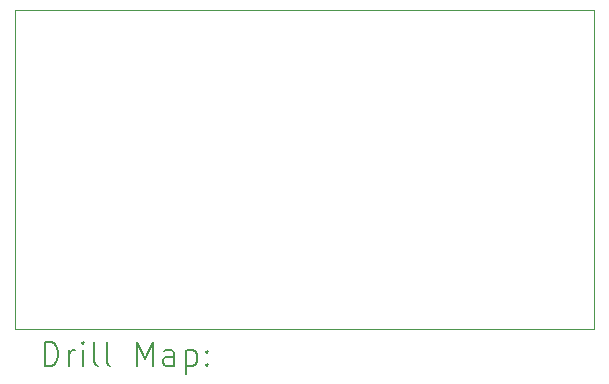
<source format=gbr>
%FSLAX45Y45*%
G04 Gerber Fmt 4.5, Leading zero omitted, Abs format (unit mm)*
G04 Created by KiCad (PCBNEW (6.0.2)) date 2022-02-22 17:34:32*
%MOMM*%
%LPD*%
G01*
G04 APERTURE LIST*
%TA.AperFunction,Profile*%
%ADD10C,0.100000*%
%TD*%
%ADD11C,0.200000*%
G04 APERTURE END LIST*
D10*
X2970000Y-5000000D02*
X7870000Y-5000000D01*
X7870000Y-5000000D02*
X7870000Y-7700000D01*
X7870000Y-7700000D02*
X2970000Y-7700000D01*
X2970000Y-7700000D02*
X2970000Y-5000000D01*
D11*
X3222619Y-8015476D02*
X3222619Y-7815476D01*
X3270238Y-7815476D01*
X3298809Y-7825000D01*
X3317857Y-7844048D01*
X3327381Y-7863095D01*
X3336905Y-7901190D01*
X3336905Y-7929762D01*
X3327381Y-7967857D01*
X3317857Y-7986905D01*
X3298809Y-8005952D01*
X3270238Y-8015476D01*
X3222619Y-8015476D01*
X3422619Y-8015476D02*
X3422619Y-7882143D01*
X3422619Y-7920238D02*
X3432143Y-7901190D01*
X3441667Y-7891667D01*
X3460714Y-7882143D01*
X3479762Y-7882143D01*
X3546428Y-8015476D02*
X3546428Y-7882143D01*
X3546428Y-7815476D02*
X3536905Y-7825000D01*
X3546428Y-7834524D01*
X3555952Y-7825000D01*
X3546428Y-7815476D01*
X3546428Y-7834524D01*
X3670238Y-8015476D02*
X3651190Y-8005952D01*
X3641667Y-7986905D01*
X3641667Y-7815476D01*
X3775000Y-8015476D02*
X3755952Y-8005952D01*
X3746428Y-7986905D01*
X3746428Y-7815476D01*
X4003571Y-8015476D02*
X4003571Y-7815476D01*
X4070238Y-7958333D01*
X4136905Y-7815476D01*
X4136905Y-8015476D01*
X4317857Y-8015476D02*
X4317857Y-7910714D01*
X4308333Y-7891667D01*
X4289286Y-7882143D01*
X4251190Y-7882143D01*
X4232143Y-7891667D01*
X4317857Y-8005952D02*
X4298810Y-8015476D01*
X4251190Y-8015476D01*
X4232143Y-8005952D01*
X4222619Y-7986905D01*
X4222619Y-7967857D01*
X4232143Y-7948809D01*
X4251190Y-7939286D01*
X4298810Y-7939286D01*
X4317857Y-7929762D01*
X4413095Y-7882143D02*
X4413095Y-8082143D01*
X4413095Y-7891667D02*
X4432143Y-7882143D01*
X4470238Y-7882143D01*
X4489286Y-7891667D01*
X4498810Y-7901190D01*
X4508333Y-7920238D01*
X4508333Y-7977381D01*
X4498810Y-7996428D01*
X4489286Y-8005952D01*
X4470238Y-8015476D01*
X4432143Y-8015476D01*
X4413095Y-8005952D01*
X4594048Y-7996428D02*
X4603571Y-8005952D01*
X4594048Y-8015476D01*
X4584524Y-8005952D01*
X4594048Y-7996428D01*
X4594048Y-8015476D01*
X4594048Y-7891667D02*
X4603571Y-7901190D01*
X4594048Y-7910714D01*
X4584524Y-7901190D01*
X4594048Y-7891667D01*
X4594048Y-7910714D01*
M02*

</source>
